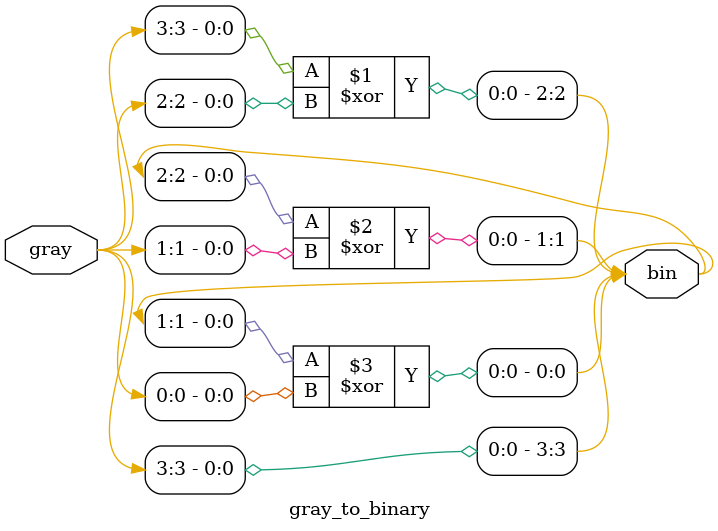
<source format=v>
module binary_to_gray(
  input  [3:0] bin,
  output [3:0] gray
);
  assign gray[3] = bin[3];
  assign gray[2] = bin[3] ^ bin[2];
  assign gray[1] = bin[2] ^ bin[1];
  assign gray[0] = bin[1] ^ bin[0];
endmodule

module gray_to_binary(
  input  [3:0] gray,
  output [3:0] bin
);
  assign bin[3] = gray[3];
  assign bin[2] = bin[3] ^ gray[2];
  assign bin[1] = bin[2] ^ gray[1];
  assign bin[0] = bin[1] ^ gray[0];
endmodule

</source>
